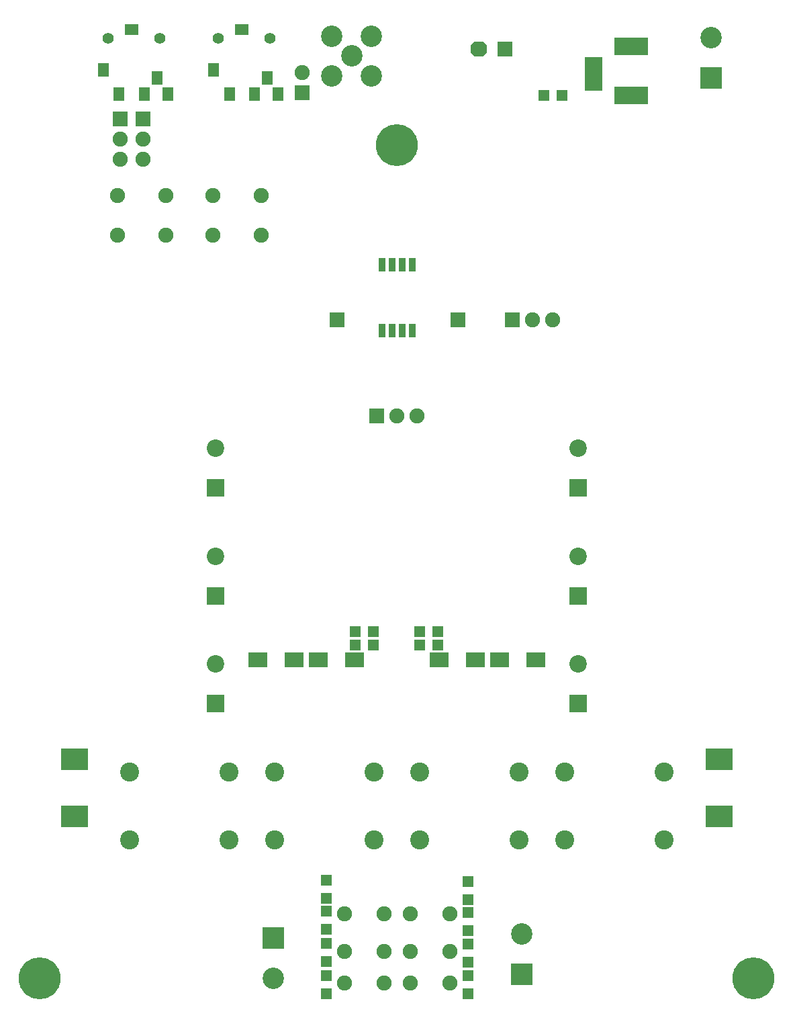
<source format=gts>
G04*
G04 #@! TF.GenerationSoftware,Altium Limited,Altium Designer,20.0.13 (296)*
G04*
G04 Layer_Color=8388736*
%FSLAX44Y44*%
%MOMM*%
G71*
G01*
G75*
%ADD24R,0.8500X1.7000*%
%ADD25R,1.4700X1.4700*%
%ADD26R,1.9780X1.8510*%
G04:AMPARAMS|DCode=27|XSize=1.978mm|YSize=1.851mm|CornerRadius=0mm|HoleSize=0mm|Usage=FLASHONLY|Rotation=0.000|XOffset=0mm|YOffset=0mm|HoleType=Round|Shape=Octagon|*
%AMOCTAGOND27*
4,1,8,0.9890,-0.4627,0.9890,0.4627,0.5263,0.9255,-0.5263,0.9255,-0.9890,0.4627,-0.9890,-0.4627,-0.5263,-0.9255,0.5263,-0.9255,0.9890,-0.4627,0.0*
%
%ADD27OCTAGOND27*%

%ADD28R,1.4700X1.4700*%
%ADD29R,2.4000X1.9500*%
%ADD30R,3.3500X2.8000*%
%ADD31C,1.9000*%
%ADD32C,5.2800*%
%ADD33C,2.7000*%
%ADD34R,2.2000X4.2000*%
%ADD35R,4.2000X2.2000*%
%ADD36C,2.2000*%
%ADD37R,2.2000X2.2000*%
%ADD38R,1.9000X1.9000*%
%ADD39C,2.4000*%
%ADD40C,1.4000*%
%ADD41R,1.4000X1.7000*%
%ADD42R,1.7000X1.4000*%
%ADD43R,2.7000X2.7000*%
%ADD44R,1.9000X1.9000*%
D24*
X7112Y866588D02*
D03*
X19812D02*
D03*
Y949588D02*
D03*
X-5588Y866588D02*
D03*
X-18288D02*
D03*
X7112Y949588D02*
D03*
X-5588D02*
D03*
X-18288D02*
D03*
D25*
X90122Y133111D02*
D03*
Y110251D02*
D03*
Y172001D02*
D03*
Y149141D02*
D03*
X90072Y93111D02*
D03*
Y70251D02*
D03*
X-89120Y71172D02*
D03*
Y94032D02*
D03*
X-89120Y134462D02*
D03*
Y111602D02*
D03*
X90122Y30718D02*
D03*
Y53578D02*
D03*
X-89120D02*
D03*
Y30718D02*
D03*
X-89120Y173462D02*
D03*
Y150602D02*
D03*
D26*
X136399Y1220978D02*
D03*
D27*
X103379D02*
D03*
D28*
X185420Y1162304D02*
D03*
X208280D02*
D03*
X29210Y486956D02*
D03*
X52070D02*
D03*
X-29464Y487210D02*
D03*
X-52324D02*
D03*
X-29464Y470446D02*
D03*
X-52324D02*
D03*
X28956Y470192D02*
D03*
X51816D02*
D03*
D29*
X-99200Y451396D02*
D03*
X-53200D02*
D03*
X-129400D02*
D03*
X-175400D02*
D03*
X129400D02*
D03*
X175400D02*
D03*
X53200D02*
D03*
X99200D02*
D03*
D30*
X-406400Y326614D02*
D03*
Y254614D02*
D03*
X406400Y254614D02*
D03*
Y326614D02*
D03*
D31*
X16710Y83681D02*
D03*
X66710D02*
D03*
X-65910Y131680D02*
D03*
X-15910D02*
D03*
X-65910Y44638D02*
D03*
X-15910D02*
D03*
X-118872Y1191514D02*
D03*
X0Y759244D02*
D03*
X25400D02*
D03*
X-170593Y1036428D02*
D03*
Y986428D02*
D03*
X-231470Y1036428D02*
D03*
Y986428D02*
D03*
X-291338Y1036428D02*
D03*
Y986428D02*
D03*
X-352298Y1036428D02*
D03*
Y986428D02*
D03*
X16710Y131680D02*
D03*
X66710D02*
D03*
X-15910Y83681D02*
D03*
X-65910D02*
D03*
X16710Y44638D02*
D03*
X66710D02*
D03*
X-319532Y1107948D02*
D03*
Y1082548D02*
D03*
X-348742Y1107948D02*
D03*
Y1082548D02*
D03*
X170942Y879640D02*
D03*
X196342D02*
D03*
D32*
X0Y1100000D02*
D03*
X-450000Y50000D02*
D03*
X450000D02*
D03*
D33*
X-81896Y1237596D02*
D03*
X-31896D02*
D03*
Y1187596D02*
D03*
X-81896D02*
D03*
X-56896Y1212596D02*
D03*
X-155702Y50038D02*
D03*
X396494Y1235456D02*
D03*
X157734Y105918D02*
D03*
D34*
X248402Y1189752D02*
D03*
D35*
X295402Y1224752D02*
D03*
Y1162752D02*
D03*
D36*
X228600Y446255D02*
D03*
Y582145D02*
D03*
Y718035D02*
D03*
X-228600Y446255D02*
D03*
Y718035D02*
D03*
Y582145D02*
D03*
D37*
X228600Y396255D02*
D03*
Y532145D02*
D03*
Y668035D02*
D03*
X-228600Y396255D02*
D03*
Y668035D02*
D03*
Y532145D02*
D03*
D38*
X-118872Y1166114D02*
D03*
X77216Y880148D02*
D03*
X-319532Y1133348D02*
D03*
X-348742D02*
D03*
X-75184Y880148D02*
D03*
D39*
X-211820Y310000D02*
D03*
Y225000D02*
D03*
X-336820Y310000D02*
D03*
Y225000D02*
D03*
X-153940D02*
D03*
Y310000D02*
D03*
X-28940Y225000D02*
D03*
Y310000D02*
D03*
X153940D02*
D03*
Y225000D02*
D03*
X28940D02*
D03*
Y310000D02*
D03*
X336820D02*
D03*
Y225000D02*
D03*
X211820D02*
D03*
Y310000D02*
D03*
D40*
X-160068Y1234752D02*
D03*
X-225068D02*
D03*
X-298953Y1234752D02*
D03*
X-363954D02*
D03*
D41*
X-150068Y1164752D02*
D03*
X-163068Y1184752D02*
D03*
X-179068Y1164752D02*
D03*
X-211068D02*
D03*
X-231068Y1194752D02*
D03*
X-369953Y1194752D02*
D03*
X-349953Y1164752D02*
D03*
X-317953D02*
D03*
X-301953Y1184752D02*
D03*
X-288953Y1164752D02*
D03*
D42*
X-195068Y1245752D02*
D03*
X-333954Y1245752D02*
D03*
D43*
X-155702Y100838D02*
D03*
X396494Y1184656D02*
D03*
X157734Y55118D02*
D03*
D44*
X-25400Y759244D02*
D03*
X145542Y879640D02*
D03*
M02*

</source>
